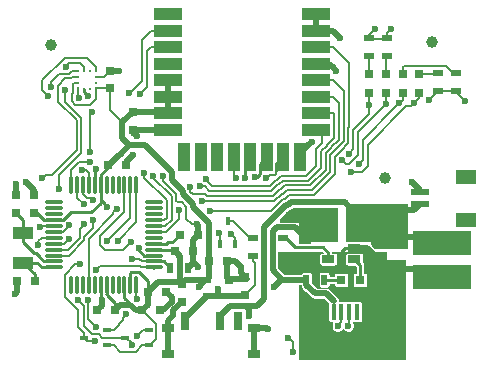
<source format=gtl>
G04 #@! TF.FileFunction,Copper,L1,Top,Signal*
%FSLAX45Y45*%
G04 Gerber Fmt 4.5, Leading zero omitted, Abs format (unit mm)*
G04 Created by KiCad (PCBNEW 4.0.7-e2-6376~61~ubuntu18.04.1) date Fri May  3 18:21:01 2019*
%MOMM*%
%LPD*%
G01*
G04 APERTURE LIST*
%ADD10C,0.100000*%
%ADD11R,0.750000X0.500000*%
%ADD12R,0.750000X0.600000*%
%ADD13R,0.750000X0.800000*%
%ADD14R,0.800000X0.750000*%
%ADD15R,0.800000X0.800000*%
%ADD16R,0.450000X1.380000*%
%ADD17R,1.475000X2.100000*%
%ADD18R,1.175000X1.900000*%
%ADD19R,2.375000X1.900000*%
%ADD20R,0.450000X0.700000*%
%ADD21R,0.900000X0.500000*%
%ADD22R,0.500000X0.900000*%
%ADD23R,2.450000X1.000000*%
%ADD24R,1.000000X2.450000*%
%ADD25O,1.600000X0.300000*%
%ADD26O,0.300000X1.600000*%
%ADD27R,0.275000X0.250000*%
%ADD28R,0.250000X0.275000*%
%ADD29R,1.060000X0.650000*%
%ADD30R,1.800000X1.000000*%
%ADD31C,1.000000*%
%ADD32R,0.700000X1.500000*%
%ADD33R,1.000000X0.800000*%
%ADD34R,1.550000X0.600000*%
%ADD35R,1.800000X1.200000*%
%ADD36R,5.000000X2.000000*%
%ADD37R,0.700000X0.450000*%
%ADD38C,0.600000*%
%ADD39C,0.500000*%
%ADD40C,0.250000*%
%ADD41C,0.200000*%
%ADD42C,0.025400*%
G04 APERTURE END LIST*
D10*
D11*
X14887500Y-9455000D03*
X14702500Y-9455000D03*
D12*
X14887500Y-9330000D03*
D11*
X14702500Y-9325000D03*
D13*
X13090000Y-8755000D03*
X13090000Y-8605000D03*
X14075000Y-7900000D03*
X14075000Y-8050000D03*
D14*
X13245000Y-9330000D03*
X13095000Y-9330000D03*
D13*
X13240000Y-8755000D03*
X13240000Y-8605000D03*
D14*
X13925000Y-9580000D03*
X13775000Y-9580000D03*
X14155000Y-9580000D03*
X14305000Y-9580000D03*
X14205000Y-9420000D03*
X14355000Y-9420000D03*
X14435000Y-9080000D03*
X14585000Y-9080000D03*
X13870000Y-8350000D03*
X14020000Y-8350000D03*
D13*
X14490000Y-9355000D03*
X14490000Y-9505000D03*
D14*
X14475000Y-8940000D03*
X14625000Y-8940000D03*
D13*
X13880000Y-7550000D03*
X13880000Y-7700000D03*
X15030000Y-9450000D03*
X15030000Y-9300000D03*
X15540000Y-8965000D03*
X15540000Y-9115000D03*
D14*
X14720000Y-9165000D03*
X14870000Y-9165000D03*
D13*
X16140000Y-8985000D03*
X16140000Y-9135000D03*
D15*
X16080000Y-7740000D03*
X16080000Y-7580000D03*
X16220000Y-7740000D03*
X16220000Y-7580000D03*
X16500000Y-7740000D03*
X16500000Y-7580000D03*
X16360000Y-7740000D03*
X16360000Y-7580000D03*
X15840000Y-9320000D03*
X16000000Y-9320000D03*
D16*
X15776250Y-9589000D03*
X15841250Y-9589000D03*
X15906250Y-9589000D03*
X15971250Y-9589000D03*
X16036250Y-9589000D03*
D17*
X15660000Y-9625000D03*
X16152500Y-9625000D03*
D18*
X15822500Y-9855000D03*
X15990000Y-9855000D03*
D19*
X15615000Y-9855000D03*
X16197500Y-9855000D03*
D20*
X14815000Y-9020000D03*
X14945000Y-9020000D03*
X14880000Y-8820000D03*
D21*
X16080000Y-7425000D03*
X16080000Y-7275000D03*
X16230000Y-7425000D03*
X16230000Y-7275000D03*
X16660000Y-7570000D03*
X16660000Y-7720000D03*
X16810000Y-7570000D03*
X16810000Y-7720000D03*
X15090000Y-9115000D03*
X15090000Y-8965000D03*
D22*
X14395000Y-9220000D03*
X14545000Y-9220000D03*
D21*
X15350000Y-8965000D03*
X15350000Y-9115000D03*
D22*
X15545000Y-9320000D03*
X15695000Y-9320000D03*
D23*
X14370500Y-7070000D03*
X14370500Y-7210000D03*
X14370500Y-7350000D03*
X14370500Y-7490000D03*
X14370500Y-7630000D03*
X14370500Y-7770000D03*
X14370500Y-7910000D03*
X14370500Y-8050000D03*
X15629500Y-7070000D03*
X15629500Y-7210000D03*
X15629500Y-7350000D03*
X15629500Y-7490000D03*
X15629500Y-7630000D03*
X15629500Y-7770000D03*
X15629500Y-7910000D03*
X15629500Y-8050000D03*
D24*
X14510000Y-8279500D03*
X14650000Y-8279500D03*
X14790000Y-8279500D03*
X14930000Y-8279500D03*
X15070000Y-8279500D03*
X15210000Y-8279500D03*
X15350000Y-8279500D03*
X15490000Y-8279500D03*
D25*
X13405000Y-8665000D03*
X13405000Y-8715000D03*
X13405000Y-8765000D03*
X13405000Y-8815000D03*
X13405000Y-8865000D03*
X13405000Y-8915000D03*
X13405000Y-8965000D03*
X13405000Y-9015000D03*
X13405000Y-9065000D03*
X13405000Y-9115000D03*
X13405000Y-9165000D03*
X13405000Y-9215000D03*
D26*
X13555000Y-9365000D03*
X13605000Y-9365000D03*
X13655000Y-9365000D03*
X13705000Y-9365000D03*
X13755000Y-9365000D03*
X13805000Y-9365000D03*
X13855000Y-9365000D03*
X13905000Y-9365000D03*
X13955000Y-9365000D03*
X14005000Y-9365000D03*
X14055000Y-9365000D03*
X14105000Y-9365000D03*
D25*
X14255000Y-9215000D03*
X14255000Y-9165000D03*
X14255000Y-9115000D03*
X14255000Y-9065000D03*
X14255000Y-9015000D03*
X14255000Y-8965000D03*
X14255000Y-8915000D03*
X14255000Y-8865000D03*
X14255000Y-8815000D03*
X14255000Y-8765000D03*
X14255000Y-8715000D03*
X14255000Y-8665000D03*
D26*
X14105000Y-8515000D03*
X14055000Y-8515000D03*
X14005000Y-8515000D03*
X13955000Y-8515000D03*
X13905000Y-8515000D03*
X13855000Y-8515000D03*
X13805000Y-8515000D03*
X13755000Y-8515000D03*
X13705000Y-8515000D03*
X13655000Y-8515000D03*
X13605000Y-8515000D03*
X13555000Y-8515000D03*
D27*
X13610000Y-7550000D03*
X13610000Y-7600000D03*
X13610000Y-7650000D03*
X13610000Y-7700000D03*
D28*
X13661250Y-7701250D03*
X13711250Y-7701250D03*
D27*
X13762500Y-7550000D03*
X13762500Y-7700000D03*
X13762500Y-7600000D03*
X13762500Y-7650000D03*
D28*
X13661250Y-7548750D03*
X13711250Y-7548750D03*
D29*
X15950000Y-9145000D03*
X15950000Y-9050000D03*
X15950000Y-8955000D03*
X15730000Y-8955000D03*
X15730000Y-9145000D03*
D30*
X13150000Y-8925000D03*
X13150000Y-9175000D03*
D31*
X16210000Y-8460000D03*
X16610000Y-7310000D03*
X13380000Y-7330000D03*
D32*
X14515000Y-9665000D03*
X14815000Y-9665000D03*
X14965000Y-9665000D03*
D33*
X14375000Y-9730000D03*
X14375000Y-9950000D03*
X15105000Y-9730000D03*
X15105000Y-9950000D03*
D34*
X16506250Y-8680000D03*
X16506250Y-8580000D03*
D35*
X16893750Y-8810000D03*
X16893750Y-8450000D03*
D36*
X16690000Y-9010000D03*
X16690000Y-9300000D03*
D37*
X13860000Y-9875000D03*
X13860000Y-9745000D03*
X13660000Y-9810000D03*
X14210000Y-9875000D03*
X14210000Y-9745000D03*
X14010000Y-9810000D03*
D38*
X15220000Y-9740000D03*
X13813838Y-9495155D03*
X14403849Y-9509139D03*
X14630000Y-9210000D03*
X14420000Y-9620000D03*
X16440000Y-8490000D03*
X15590244Y-8151366D03*
X15840000Y-9140000D03*
X15840000Y-9220000D03*
X15520000Y-9500000D03*
X15510000Y-9590000D03*
X16130000Y-9320000D03*
X16220000Y-9230000D03*
X16310000Y-9670000D03*
X15860000Y-9450000D03*
X15950000Y-9450000D03*
X16040000Y-9450000D03*
X16130000Y-9410000D03*
X16220000Y-9410000D03*
X16220000Y-9320000D03*
X16310000Y-9320000D03*
X16310000Y-9410000D03*
X16310000Y-9500000D03*
X16890000Y-7810000D03*
X16587434Y-7795811D03*
X14330000Y-8440000D03*
X13170000Y-8490000D03*
X13290000Y-8870000D03*
X13763397Y-8386037D03*
X16260000Y-7200000D03*
X16130000Y-7200000D03*
X14080000Y-8260000D03*
X14108738Y-8104999D03*
X14620000Y-8850000D03*
X15799999Y-7550000D03*
X13960000Y-7550000D03*
X13080000Y-9440000D03*
X13090000Y-8510000D03*
X13620004Y-7776900D03*
X16310000Y-9230000D03*
X16310000Y-9591250D03*
X16120000Y-9250000D03*
X15610000Y-9230000D03*
X15460000Y-9230000D03*
X15380000Y-9200000D03*
X14990000Y-9210000D03*
X15830000Y-7270000D03*
X15510000Y-9670000D03*
X14635000Y-9380000D03*
X13860000Y-8700005D03*
X15270000Y-9380000D03*
X15400000Y-8770000D03*
X15470000Y-8750000D03*
X15560000Y-8850000D03*
X15650000Y-8850000D03*
X15560000Y-8750000D03*
X15650000Y-8750000D03*
X15740000Y-8750000D03*
X15740000Y-8850000D03*
X15060000Y-9630000D03*
X16240000Y-8840000D03*
X16140000Y-8840000D03*
X16040000Y-8840000D03*
X16040000Y-8730000D03*
X16140000Y-8730000D03*
X16240000Y-8730000D03*
X15940000Y-8840000D03*
X15940000Y-8730000D03*
X16340000Y-8730000D03*
X16340000Y-8840000D03*
X16340000Y-8960000D03*
X16235000Y-8985000D03*
X16080000Y-7840000D03*
X15904261Y-8251659D03*
X14950000Y-8460000D03*
X16220000Y-7833430D03*
X15847905Y-8308440D03*
X15029982Y-8461737D03*
X16460000Y-7820000D03*
X15920000Y-8410000D03*
X15205142Y-8461693D03*
X16327872Y-7827274D03*
X15987192Y-8341031D03*
X15109999Y-8452000D03*
X14249999Y-8440000D03*
X14140000Y-7750000D03*
X13856725Y-8993023D03*
X13949447Y-8987966D03*
X14061714Y-9002186D03*
X13940000Y-8720000D03*
X14800000Y-9400000D03*
X14020000Y-9610000D03*
X14110000Y-9480000D03*
X13763202Y-9716847D03*
X14110000Y-9800000D03*
X13765001Y-9235222D03*
X13700178Y-9494822D03*
X14126941Y-9049235D03*
X14810000Y-8919999D03*
X14069829Y-9144997D03*
X14910000Y-8930000D03*
X13730001Y-7900703D03*
X13710000Y-8240000D03*
X13740000Y-8810000D03*
X13699139Y-7765158D03*
X14172749Y-8419201D03*
X14044770Y-7740375D03*
X14465002Y-8724930D03*
X14730000Y-8740000D03*
X14659942Y-8654209D03*
X13660000Y-8680000D03*
X14562431Y-8530651D03*
X13736322Y-8642259D03*
X14642424Y-8529506D03*
X13642124Y-8386287D03*
X14693352Y-8467809D03*
X13711652Y-8321652D03*
X13309997Y-8460003D03*
X13275502Y-9023062D03*
X13384960Y-7683992D03*
X13534677Y-8971468D03*
X13360000Y-7760000D03*
X13534972Y-8860153D03*
X13509625Y-7515230D03*
X13504961Y-7709695D03*
X13666383Y-8849479D03*
X13451757Y-8548467D03*
X13614960Y-9494233D03*
X14071269Y-9870001D03*
X15392231Y-9809999D03*
X15430000Y-9930000D03*
X15900000Y-9710000D03*
X13760060Y-9841364D03*
X15810000Y-9707500D03*
X13630000Y-9190000D03*
D39*
X14420000Y-9620000D02*
X14420000Y-9575000D01*
X14420000Y-9575000D02*
X14490000Y-9505000D01*
X14375000Y-9730000D02*
X14375000Y-9665000D01*
X14375000Y-9665000D02*
X14420000Y-9620000D01*
X15105000Y-9730000D02*
X15210000Y-9730000D01*
X15210000Y-9730000D02*
X15220000Y-9740000D01*
X14305000Y-9580000D02*
X14332989Y-9580000D01*
X14332989Y-9580000D02*
X14403849Y-9509139D01*
X13775000Y-9580000D02*
X13813838Y-9541162D01*
X13813838Y-9541162D02*
X13813838Y-9537581D01*
X13813838Y-9537581D02*
X13813838Y-9495155D01*
D40*
X13805000Y-9486317D02*
X13813838Y-9495155D01*
X13805000Y-9365000D02*
X13805000Y-9486317D01*
D39*
X14403849Y-9466713D02*
X14403849Y-9509139D01*
X14357136Y-9420000D02*
X14403849Y-9466713D01*
X14355000Y-9420000D02*
X14357136Y-9420000D01*
X14585000Y-9150000D02*
X14585000Y-9180000D01*
X14585000Y-9080000D02*
X14585000Y-9150000D01*
X14585000Y-9165000D02*
X14630000Y-9210000D01*
X14585000Y-9150000D02*
X14585000Y-9165000D01*
X14585000Y-9180000D02*
X14545000Y-9220000D01*
X16506250Y-8580000D02*
X16506250Y-8556250D01*
X16506250Y-8556250D02*
X16440000Y-8490000D01*
X16690000Y-9300000D02*
X16620000Y-9230000D01*
X16620000Y-9230000D02*
X16310000Y-9230000D01*
X15460000Y-9230000D02*
X15500000Y-9190000D01*
X15500000Y-9190000D02*
X15570000Y-9190000D01*
X15570000Y-9190000D02*
X15610000Y-9230000D01*
X15560244Y-8181366D02*
X15590244Y-8151366D01*
X15490000Y-8251610D02*
X15560244Y-8181366D01*
X15490000Y-8279500D02*
X15490000Y-8251610D01*
D40*
X15840000Y-9140000D02*
X15840000Y-9082000D01*
X15840000Y-9082000D02*
X15872000Y-9050000D01*
X15872000Y-9050000D02*
X15950000Y-9050000D01*
X15840000Y-9220000D02*
X15840000Y-9140000D01*
X15510000Y-9590000D02*
X15510000Y-9510000D01*
X15510000Y-9510000D02*
X15520000Y-9500000D01*
X15510000Y-9670000D02*
X15510000Y-9590000D01*
X16220000Y-9320000D02*
X16310000Y-9320000D01*
X16220000Y-9230000D02*
X16310000Y-9230000D01*
X16120000Y-9250000D02*
X16200000Y-9250000D01*
X16200000Y-9250000D02*
X16220000Y-9230000D01*
X16130000Y-9320000D02*
X16220000Y-9320000D01*
X15860000Y-9450000D02*
X15950000Y-9450000D01*
X16040000Y-9450000D02*
X15950000Y-9450000D01*
X16130000Y-9410000D02*
X16080000Y-9410000D01*
X16080000Y-9410000D02*
X16040000Y-9450000D01*
X16220000Y-9410000D02*
X16130000Y-9410000D01*
X16310000Y-9410000D02*
X16220000Y-9410000D01*
X16310000Y-9591250D02*
X16310000Y-9670000D01*
X16310000Y-9500000D02*
X16310000Y-9591250D01*
X16310000Y-9410000D02*
X16310000Y-9500000D01*
X16310000Y-9320000D02*
X16310000Y-9410000D01*
X16310000Y-9230000D02*
X16310000Y-9320000D01*
D41*
X16810000Y-7720000D02*
X16810000Y-7730000D01*
X16810000Y-7730000D02*
X16890000Y-7810000D01*
X16660000Y-7720000D02*
X16660000Y-7723246D01*
X16660000Y-7723246D02*
X16587434Y-7795811D01*
X14330000Y-8480000D02*
X14330000Y-8440000D01*
X14445003Y-8595003D02*
X14330000Y-8480000D01*
X14445003Y-8655003D02*
X14445003Y-8595003D01*
X14530000Y-8802426D02*
X14530000Y-8701125D01*
X14530000Y-8701125D02*
X14493803Y-8664929D01*
X14493803Y-8664929D02*
X14454929Y-8664929D01*
X14454929Y-8664929D02*
X14445003Y-8655003D01*
X14620000Y-8850000D02*
X14577574Y-8850000D01*
X14577574Y-8850000D02*
X14530000Y-8802426D01*
D39*
X13240000Y-8605000D02*
X13240000Y-8560000D01*
X13240000Y-8560000D02*
X13170000Y-8490000D01*
X13240000Y-8605000D02*
X13249996Y-8595004D01*
X13249996Y-8595004D02*
X13249996Y-8591980D01*
D41*
X13405000Y-8865000D02*
X13295000Y-8865000D01*
X13295000Y-8865000D02*
X13290000Y-8870000D01*
D40*
X13755000Y-8515000D02*
X13755000Y-8394434D01*
X13755000Y-8394434D02*
X13763397Y-8386037D01*
D41*
X16080000Y-7275000D02*
X16080000Y-7250000D01*
X16080000Y-7250000D02*
X16130000Y-7200000D01*
X16660000Y-7720000D02*
X16660000Y-7730000D01*
X16080000Y-7280000D02*
X16225000Y-7280000D01*
X16225000Y-7280000D02*
X16230000Y-7275000D01*
X16810000Y-7720000D02*
X16810000Y-7740000D01*
X16660000Y-7720000D02*
X16810000Y-7720000D01*
X16230000Y-7275000D02*
X16230000Y-7230000D01*
X16230000Y-7230000D02*
X16260000Y-7200000D01*
D39*
X15490000Y-8279500D02*
X15490000Y-8260000D01*
X15490000Y-8279500D02*
X15490000Y-8266967D01*
X14020000Y-8350000D02*
X14020000Y-8320000D01*
X14020000Y-8320000D02*
X14080000Y-8260000D01*
X14078738Y-8074999D02*
X14108738Y-8104999D01*
X14075000Y-8071261D02*
X14078738Y-8074999D01*
X14075000Y-8050000D02*
X14075000Y-8071261D01*
X14585000Y-9080000D02*
X14585000Y-8980000D01*
X14585000Y-8980000D02*
X14625000Y-8940000D01*
X14625000Y-8940000D02*
X14625000Y-8855000D01*
X14625000Y-8855000D02*
X14620000Y-8850000D01*
X14375000Y-9730000D02*
X14375000Y-9785000D01*
X14870000Y-9165000D02*
X14945000Y-9165000D01*
X14945000Y-9165000D02*
X14990000Y-9210000D01*
X15629500Y-7490000D02*
X15739999Y-7490000D01*
X15739999Y-7490000D02*
X15769999Y-7520000D01*
X15769999Y-7520000D02*
X15799999Y-7550000D01*
X13880000Y-7550000D02*
X13960000Y-7550000D01*
X13095000Y-9330000D02*
X13095000Y-9425000D01*
X13095000Y-9425000D02*
X13080000Y-9440000D01*
X13090000Y-8605000D02*
X13090000Y-8510000D01*
D41*
X13610000Y-7700000D02*
X13610000Y-7766896D01*
X13610000Y-7766896D02*
X13620004Y-7776900D01*
D39*
X14990000Y-9210000D02*
X14990000Y-9260000D01*
X14990000Y-9260000D02*
X15030000Y-9300000D01*
X15977500Y-9067500D02*
X16037500Y-9067500D01*
X15960000Y-9050000D02*
X15977500Y-9067500D01*
X15950000Y-9050000D02*
X15960000Y-9050000D01*
X16152500Y-9625000D02*
X16276250Y-9625000D01*
X16276250Y-9625000D02*
X16310000Y-9591250D01*
X16140000Y-9135000D02*
X16140000Y-9230000D01*
X16140000Y-9230000D02*
X16120000Y-9250000D01*
X15380000Y-9200000D02*
X15430000Y-9200000D01*
X15430000Y-9200000D02*
X15460000Y-9230000D01*
X15350000Y-9115000D02*
X15350000Y-9170000D01*
X15350000Y-9170000D02*
X15380000Y-9200000D01*
X15350000Y-9115000D02*
X15540000Y-9115000D01*
X15950000Y-9050000D02*
X16055000Y-9050000D01*
X16055000Y-9050000D02*
X16140000Y-9135000D01*
X14075000Y-8050000D02*
X14162500Y-8050000D01*
X15045000Y-9315000D02*
X14897500Y-9315000D01*
X14897500Y-9315000D02*
X14887500Y-9325000D01*
X14870000Y-9165000D02*
X14870000Y-9307500D01*
X14870000Y-9307500D02*
X14887500Y-9325000D01*
X14370500Y-8050000D02*
X14075000Y-8050000D01*
X15629500Y-7210000D02*
X15629500Y-7070000D01*
X15629500Y-7210000D02*
X15770000Y-7210000D01*
X15770000Y-7210000D02*
X15830000Y-7270000D01*
X13880000Y-7550000D02*
X13920000Y-7550000D01*
X15660000Y-9625000D02*
X15555000Y-9625000D01*
X15555000Y-9625000D02*
X15510000Y-9670000D01*
X14375000Y-9730000D02*
X14375000Y-9950000D01*
X15105000Y-9730000D02*
X15105000Y-9950000D01*
X15105000Y-9730000D02*
X15105000Y-9745000D01*
D41*
X13762500Y-7600000D02*
X13830000Y-7600000D01*
X13830000Y-7600000D02*
X13880000Y-7550000D01*
D40*
X14370500Y-8050000D02*
X14327400Y-8050000D01*
D39*
X15615000Y-9855000D02*
X15615000Y-9670000D01*
X15615000Y-9670000D02*
X15660000Y-9625000D01*
X15822500Y-9855000D02*
X15615000Y-9855000D01*
X15990000Y-9855000D02*
X15822500Y-9855000D01*
X16197500Y-9855000D02*
X15990000Y-9855000D01*
X16152500Y-9625000D02*
X16152500Y-9810000D01*
X16152500Y-9810000D02*
X16197500Y-9855000D01*
X16152500Y-9625000D02*
X16072250Y-9625000D01*
X16072250Y-9625000D02*
X16038750Y-9591500D01*
X16038750Y-9591500D02*
X16038750Y-9589000D01*
D40*
X14335110Y-9951700D02*
X14384611Y-9951700D01*
X13322823Y-9165000D02*
X13405000Y-9165000D01*
X13292499Y-9134676D02*
X13322823Y-9165000D01*
X13292499Y-9130173D02*
X13292499Y-9134676D01*
X13254826Y-9092500D02*
X13292499Y-9130173D01*
X13242500Y-9092500D02*
X13254826Y-9092500D01*
X13150000Y-9000000D02*
X13242500Y-9092500D01*
X13150000Y-8925000D02*
X13150000Y-9000000D01*
X13150000Y-8925000D02*
X13150000Y-8815000D01*
X13150000Y-8815000D02*
X13090000Y-8755000D01*
X13245000Y-9330000D02*
X13245000Y-9270000D01*
X13245000Y-9270000D02*
X13150000Y-9175000D01*
X13150000Y-9175000D02*
X13265000Y-9175000D01*
X13265000Y-9175000D02*
X13305000Y-9215000D01*
X13305000Y-9215000D02*
X13405000Y-9215000D01*
X14255000Y-9015000D02*
X14360000Y-9015000D01*
X14360000Y-9015000D02*
X14372500Y-9002500D01*
X14372500Y-9002500D02*
X14410000Y-9002500D01*
X14410000Y-9002500D02*
X14472500Y-8940000D01*
X14472500Y-8940000D02*
X14475000Y-8940000D01*
D41*
X14099999Y-9930001D02*
X14155000Y-9875000D01*
X13970001Y-9930001D02*
X14099999Y-9930001D01*
X13915000Y-9875000D02*
X13970001Y-9930001D01*
X13860000Y-9875000D02*
X13915000Y-9875000D01*
X14155000Y-9875000D02*
X14210000Y-9875000D01*
D40*
X14205000Y-9332824D02*
X14205000Y-9357500D01*
X14124675Y-9252499D02*
X14205000Y-9332824D01*
X14205000Y-9357500D02*
X14205000Y-9420000D01*
X14062501Y-9252499D02*
X14124675Y-9252499D01*
X14055000Y-9260000D02*
X14062501Y-9252499D01*
X14055000Y-9365000D02*
X14055000Y-9260000D01*
D41*
X14155000Y-9580000D02*
X14157500Y-9580000D01*
X14157500Y-9580000D02*
X14275000Y-9697500D01*
X14275000Y-9697500D02*
X14275000Y-9822500D01*
X14275000Y-9822500D02*
X14222500Y-9875000D01*
X14222500Y-9875000D02*
X14210000Y-9875000D01*
D39*
X14056000Y-9535000D02*
X13970000Y-9535000D01*
X14101000Y-9580000D02*
X14056000Y-9535000D01*
X14155000Y-9580000D02*
X14101000Y-9580000D01*
X13970000Y-9535000D02*
X13925000Y-9580000D01*
D40*
X14155000Y-9580000D02*
X14115000Y-9580000D01*
X14115000Y-9580000D02*
X14005000Y-9470000D01*
X14005000Y-9470000D02*
X14005000Y-9365000D01*
X14152500Y-9580000D02*
X14155000Y-9580000D01*
D39*
X14205000Y-9420000D02*
X14205000Y-9530000D01*
X14205000Y-9530000D02*
X14155000Y-9580000D01*
D40*
X13857499Y-9449676D02*
X13925000Y-9517177D01*
X13857499Y-9367499D02*
X13857499Y-9449676D01*
X13855000Y-9365000D02*
X13857499Y-9367499D01*
X13925000Y-9517500D02*
X13925000Y-9580000D01*
X13925000Y-9517177D02*
X13925000Y-9517500D01*
D39*
X14490000Y-9355000D02*
X14472500Y-9337500D01*
X14472500Y-9337500D02*
X14287500Y-9337500D01*
X14287500Y-9337500D02*
X14205000Y-9420000D01*
X13945000Y-9560000D02*
X13925000Y-9580000D01*
X14205000Y-9420000D02*
X14205000Y-9440000D01*
X14490000Y-9355000D02*
X14475000Y-9340000D01*
X14475000Y-9340000D02*
X14475000Y-9120000D01*
X14475000Y-9120000D02*
X14435000Y-9080000D01*
X14702500Y-9325000D02*
X14520000Y-9325000D01*
X14520000Y-9325000D02*
X14490000Y-9355000D01*
X14435000Y-9080000D02*
X14470000Y-9115000D01*
X14702500Y-9325000D02*
X14690000Y-9325000D01*
X14690000Y-9325000D02*
X14635000Y-9380000D01*
D40*
X13805000Y-8667745D02*
X13805000Y-8625000D01*
X13556371Y-8747500D02*
X13725245Y-8747500D01*
X13725245Y-8747500D02*
X13805000Y-8667745D01*
X13405000Y-8815000D02*
X13488871Y-8815000D01*
X13488871Y-8815000D02*
X13556371Y-8747500D01*
D39*
X14181000Y-8180000D02*
X14046500Y-8180000D01*
X14405000Y-8477217D02*
X14405000Y-8404000D01*
X14405000Y-8404000D02*
X14181000Y-8180000D01*
X14500004Y-8592221D02*
X14500004Y-8572221D01*
X14585001Y-8677218D02*
X14500004Y-8592221D01*
X14585001Y-8707218D02*
X14585001Y-8677218D01*
X14720000Y-9165000D02*
X14720000Y-8842217D01*
X14720000Y-8842217D02*
X14585001Y-8707218D01*
X14500004Y-8572221D02*
X14405000Y-8477217D01*
D41*
X13560004Y-7810294D02*
X13560004Y-7742746D01*
X13586611Y-7836901D02*
X13560004Y-7810294D01*
X13566250Y-7736500D02*
X13566250Y-7660000D01*
X13566250Y-7660000D02*
X13576250Y-7650000D01*
X13576250Y-7650000D02*
X13610000Y-7650000D01*
X13560004Y-7742746D02*
X13566250Y-7736500D01*
X13762500Y-7790595D02*
X13716194Y-7836901D01*
X13762500Y-7700000D02*
X13762500Y-7790595D01*
X13716194Y-7836901D02*
X13586611Y-7836901D01*
D40*
X13322823Y-8815000D02*
X13405000Y-8815000D01*
X13262823Y-8755000D02*
X13322823Y-8815000D01*
X13240000Y-8755000D02*
X13262823Y-8755000D01*
X13805000Y-8432824D02*
X13870000Y-8367823D01*
X13805000Y-8515000D02*
X13805000Y-8432824D01*
X13870000Y-8367823D02*
X13870000Y-8350000D01*
X13805000Y-8620000D02*
X13805000Y-8645005D01*
X13830000Y-8670006D02*
X13860000Y-8700005D01*
X13805000Y-8645005D02*
X13830000Y-8670006D01*
D39*
X13960000Y-8262500D02*
X13964000Y-8262500D01*
X13964000Y-8262500D02*
X14046500Y-8180000D01*
X13987500Y-8100000D02*
X13987500Y-7987500D01*
X14046500Y-8180000D02*
X13987500Y-8121000D01*
X13987500Y-8121000D02*
X13987500Y-8100000D01*
D41*
X13880000Y-7700000D02*
X13762500Y-7700000D01*
D40*
X13855000Y-9365000D02*
X13855000Y-9435000D01*
X13855000Y-9435000D02*
X13852501Y-9437499D01*
X13805000Y-8600000D02*
X13805000Y-8625000D01*
D39*
X13960000Y-8262500D02*
X13872500Y-8350000D01*
X13872500Y-8350000D02*
X13870000Y-8350000D01*
D40*
X13805000Y-8620000D02*
X13805000Y-8625000D01*
X13805000Y-8620000D02*
X13805000Y-8515000D01*
X13805000Y-8515000D02*
X13805000Y-8600000D01*
D41*
X13880000Y-7700000D02*
X13880000Y-7880000D01*
X13880000Y-7880000D02*
X13987500Y-7987500D01*
D39*
X13987500Y-7987500D02*
X14075000Y-7900000D01*
X14075000Y-7902500D02*
X14075000Y-7900000D01*
D40*
X14435000Y-9080000D02*
X14420000Y-9065000D01*
X14420000Y-9065000D02*
X14255000Y-9065000D01*
D39*
X14370500Y-7770000D02*
X14370500Y-7630000D01*
X14370500Y-7910000D02*
X14370500Y-7770000D01*
X14075000Y-7900000D02*
X14360500Y-7900000D01*
X14360500Y-7900000D02*
X14370500Y-7910000D01*
X14720000Y-9165000D02*
X14720000Y-9307500D01*
X14720000Y-9307500D02*
X14702500Y-9325000D01*
D41*
X13880000Y-7700000D02*
X13880000Y-7760000D01*
D39*
X14720000Y-9165000D02*
X14722500Y-9165000D01*
X15340000Y-9320000D02*
X15330000Y-9320000D01*
X15330000Y-9320000D02*
X15270000Y-9380000D01*
D40*
X15470000Y-8750000D02*
X15420000Y-8750000D01*
X15420000Y-8750000D02*
X15400000Y-8770000D01*
X15560000Y-8750000D02*
X15470000Y-8750000D01*
D39*
X15540000Y-8962500D02*
X15540000Y-8965000D01*
X15452500Y-8875000D02*
X15540000Y-8962500D01*
X15260000Y-9240000D02*
X15260000Y-8908997D01*
X15340000Y-9320000D02*
X15260000Y-9240000D01*
X15293996Y-8875000D02*
X15452500Y-8875000D01*
X15260000Y-8908997D02*
X15293996Y-8875000D01*
X15545000Y-9320000D02*
X15340000Y-9320000D01*
X15715000Y-9435000D02*
X15615000Y-9435000D01*
X15615000Y-9435000D02*
X15545000Y-9365000D01*
D40*
X15650000Y-8850000D02*
X15560000Y-8850000D01*
X15740000Y-8850000D02*
X15650000Y-8850000D01*
X15650000Y-8750000D02*
X15560000Y-8750000D01*
X15740000Y-8750000D02*
X15650000Y-8750000D01*
X15740000Y-8850000D02*
X15740000Y-8750000D01*
X15730000Y-8955000D02*
X15730000Y-8860000D01*
X15730000Y-8860000D02*
X15740000Y-8850000D01*
X15730000Y-8955000D02*
X15652000Y-8955000D01*
X15652000Y-8955000D02*
X15640000Y-8943000D01*
D39*
X15715000Y-9435000D02*
X15776250Y-9496250D01*
X15730000Y-8955000D02*
X15550000Y-8955000D01*
X15550000Y-8955000D02*
X15540000Y-8965000D01*
D41*
X15776250Y-9589000D02*
X15776250Y-9496250D01*
X15776250Y-9496250D02*
X15773750Y-9493750D01*
D39*
X16340000Y-8960000D02*
X16640000Y-8960000D01*
X16640000Y-8960000D02*
X16690000Y-9010000D01*
X16340000Y-8730000D02*
X16456250Y-8730000D01*
X16456250Y-8730000D02*
X16506250Y-8680000D01*
X15060000Y-9630000D02*
X15060000Y-9569000D01*
X15060000Y-9569000D02*
X15031000Y-9540000D01*
X15000000Y-9540000D02*
X15130000Y-9540000D01*
X14900000Y-9540000D02*
X15000000Y-9540000D01*
X15000000Y-9540000D02*
X15031000Y-9540000D01*
D40*
X16040000Y-8840000D02*
X15940000Y-8840000D01*
X16140000Y-8840000D02*
X16040000Y-8840000D01*
X16240000Y-8840000D02*
X16140000Y-8840000D01*
X16340000Y-8840000D02*
X16240000Y-8840000D01*
X16040000Y-8730000D02*
X15940000Y-8730000D01*
X16140000Y-8730000D02*
X16040000Y-8730000D01*
X16240000Y-8730000D02*
X16140000Y-8730000D01*
X16340000Y-8730000D02*
X16240000Y-8730000D01*
X16340000Y-8840000D02*
X16302500Y-8840000D01*
X16340000Y-8730000D02*
X16340000Y-8840000D01*
D39*
X15389627Y-8687007D02*
X15411632Y-8665001D01*
X15189999Y-8871479D02*
X15374471Y-8687007D01*
X15875001Y-8665001D02*
X15910000Y-8700000D01*
X15189999Y-9480001D02*
X15189999Y-8871479D01*
X15411632Y-8665001D02*
X15875001Y-8665001D01*
X15374471Y-8687007D02*
X15389627Y-8687007D01*
X14815000Y-9625000D02*
X14900000Y-9540000D01*
X14815000Y-9665000D02*
X14815000Y-9625000D01*
X15130000Y-9540000D02*
X15189999Y-9480001D01*
X15910000Y-8700000D02*
X15940000Y-8730000D01*
D40*
X16340000Y-8860000D02*
X16340000Y-8740000D01*
X16340000Y-8990000D02*
X16340000Y-8860000D01*
X16235000Y-8985000D02*
X16335000Y-8985000D01*
X16335000Y-8985000D02*
X16340000Y-8990000D01*
D39*
X16227500Y-8985000D02*
X16250000Y-9007500D01*
X16250000Y-9000000D02*
X16235000Y-8985000D01*
D40*
X16140000Y-8985000D02*
X16235000Y-8985000D01*
D39*
X16140000Y-8985000D02*
X16227500Y-8985000D01*
D41*
X16080000Y-7840000D02*
X16080000Y-7740000D01*
X15942004Y-8213915D02*
X15942004Y-8054855D01*
X15942004Y-8054855D02*
X16080000Y-7916860D01*
X16080000Y-7916860D02*
X16080000Y-7840000D01*
X15904261Y-8251659D02*
X15942004Y-8213915D01*
X14930000Y-8279500D02*
X14930000Y-8440000D01*
X14930000Y-8440000D02*
X14950000Y-8460000D01*
D40*
X14930000Y-8279500D02*
X14930000Y-8362000D01*
X14930000Y-8279500D02*
X14930000Y-8363858D01*
D41*
X16080000Y-7580000D02*
X16080000Y-7425000D01*
X16193430Y-7860000D02*
X16220000Y-7833430D01*
X15982006Y-8071424D02*
X16193430Y-7860000D01*
X16220000Y-7833430D02*
X16220000Y-7740000D01*
X15903520Y-8338440D02*
X15982006Y-8259955D01*
X15847905Y-8308440D02*
X15877905Y-8338440D01*
X15877905Y-8338440D02*
X15903520Y-8338440D01*
X15982006Y-8259955D02*
X15982006Y-8071424D01*
X16220000Y-7740000D02*
X16213430Y-7740000D01*
D40*
X15029982Y-8319518D02*
X15029982Y-8419310D01*
X15070000Y-8279500D02*
X15029982Y-8319518D01*
X15029982Y-8419310D02*
X15029982Y-8461737D01*
D41*
X16220000Y-7580000D02*
X16220000Y-7435000D01*
X16220000Y-7435000D02*
X16230000Y-7425000D01*
X16460000Y-7820000D02*
X16500000Y-7780000D01*
X16430000Y-7850000D02*
X16460000Y-7820000D01*
X16500000Y-7780000D02*
X16500000Y-7740000D01*
X16390000Y-7850000D02*
X16430000Y-7850000D01*
X16065370Y-8174630D02*
X16390000Y-7850000D01*
X16015370Y-8410000D02*
X16065370Y-8360000D01*
X16065370Y-8360000D02*
X16065370Y-8174630D01*
X15920000Y-8410000D02*
X16015370Y-8410000D01*
X15234835Y-8432000D02*
X15205142Y-8461693D01*
X15284000Y-8432000D02*
X15350000Y-8279500D01*
X15290000Y-8426000D02*
X15284000Y-8432000D01*
X15290000Y-8339500D02*
X15290000Y-8426000D01*
X15350000Y-8279500D02*
X15290000Y-8339500D01*
X15284000Y-8432000D02*
X15234835Y-8432000D01*
X16500000Y-7580000D02*
X16650000Y-7580000D01*
X16650000Y-7580000D02*
X16660000Y-7570000D01*
X16332726Y-7827274D02*
X16327872Y-7827274D01*
X16360000Y-7800000D02*
X16332726Y-7827274D01*
X16360000Y-7740000D02*
X16360000Y-7800000D01*
X16297872Y-7857274D02*
X16327872Y-7827274D01*
X16022007Y-8133139D02*
X16297872Y-7857274D01*
X16022007Y-8306216D02*
X16022007Y-8133139D01*
X15987192Y-8341031D02*
X16022007Y-8306216D01*
D40*
X15127500Y-8452000D02*
X15109999Y-8452000D01*
X15152500Y-8337000D02*
X15152500Y-8427000D01*
X15152500Y-8427000D02*
X15127500Y-8452000D01*
X15210000Y-8279500D02*
X15152500Y-8337000D01*
D41*
X16360000Y-7580000D02*
X16360000Y-7520000D01*
X16370000Y-7510000D02*
X16730000Y-7510000D01*
X16360000Y-7520000D02*
X16370000Y-7510000D01*
X16730000Y-7510000D02*
X16790000Y-7570000D01*
X16790000Y-7570000D02*
X16810000Y-7570000D01*
D40*
X15695000Y-9320000D02*
X15840000Y-9320000D01*
X16000000Y-9320000D02*
X16000000Y-9195000D01*
X16000000Y-9195000D02*
X15950000Y-9145000D01*
D41*
X14249999Y-8440000D02*
X14249999Y-8456569D01*
X14249999Y-8456569D02*
X14263430Y-8470000D01*
X14405002Y-8611572D02*
X14249999Y-8456569D01*
X14349894Y-8865000D02*
X14405002Y-8809892D01*
X14405002Y-8809892D02*
X14405002Y-8611572D01*
X14255000Y-8865000D02*
X14349894Y-8865000D01*
X14199051Y-7378949D02*
X14199051Y-7650000D01*
X14199051Y-7690949D02*
X14199051Y-7650000D01*
X14140000Y-7750000D02*
X14199051Y-7690949D01*
X14370500Y-7350000D02*
X14228000Y-7350000D01*
X14228000Y-7350000D02*
X14199051Y-7378949D01*
X14055000Y-8515000D02*
X14055000Y-8794748D01*
X14055000Y-8794748D02*
X13886725Y-8963023D01*
X13886725Y-8963023D02*
X13856725Y-8993023D01*
X14105000Y-8770000D02*
X14105000Y-8800000D01*
X14105000Y-8800000D02*
X14105000Y-8821102D01*
X14105000Y-8800000D02*
X14105000Y-8832413D01*
X14105000Y-8832413D02*
X13949447Y-8987966D01*
X14105000Y-8770000D02*
X14105000Y-8785330D01*
X14105000Y-8515000D02*
X14105000Y-8770000D01*
X14005000Y-8615000D02*
X14005000Y-8515000D01*
X14005000Y-8743800D02*
X14005000Y-8615000D01*
X13796724Y-8952077D02*
X14005000Y-8743800D01*
X13796724Y-9027924D02*
X13796724Y-8952077D01*
X13838799Y-9069999D02*
X13796724Y-9027924D01*
X13993901Y-9069999D02*
X13838799Y-9069999D01*
X14061714Y-9002186D02*
X13993901Y-9069999D01*
X13940000Y-8720000D02*
X13910000Y-8750000D01*
X13910000Y-8750000D02*
X13910000Y-8766570D01*
X13910000Y-8766570D02*
X13705000Y-8971570D01*
X13705000Y-9365000D02*
X13705000Y-8971570D01*
D39*
X14800000Y-9455000D02*
X14702500Y-9455000D01*
X14887500Y-9455000D02*
X14800000Y-9455000D01*
X14800000Y-9455000D02*
X14800000Y-9400000D01*
D41*
X15110000Y-9180000D02*
X15110000Y-9367500D01*
X15110000Y-9367500D02*
X15030000Y-9447500D01*
X15030000Y-9447500D02*
X15030000Y-9450000D01*
X15090000Y-9115000D02*
X15090000Y-9160000D01*
X15090000Y-9160000D02*
X15110000Y-9180000D01*
D39*
X14515000Y-9665000D02*
X14515000Y-9642500D01*
X14515000Y-9642500D02*
X14702500Y-9455000D01*
X14515000Y-9665000D02*
X14515000Y-9625000D01*
X14887500Y-9455000D02*
X15035000Y-9455000D01*
D41*
X13915000Y-9745000D02*
X13860000Y-9745000D01*
X13960000Y-9700000D02*
X13915000Y-9745000D01*
X13960000Y-9691200D02*
X13960000Y-9700000D01*
X13990000Y-9661200D02*
X13960000Y-9691200D01*
X13990000Y-9640000D02*
X13990000Y-9661200D01*
X14020000Y-9610000D02*
X13990000Y-9640000D01*
X14105000Y-9365000D02*
X14105000Y-9475000D01*
X14105000Y-9475000D02*
X14110000Y-9480000D01*
X13700178Y-9494822D02*
X13700178Y-9653824D01*
X13700178Y-9653824D02*
X13763202Y-9716847D01*
X14165000Y-9745000D02*
X14110000Y-9800000D01*
X14210000Y-9745000D02*
X14165000Y-9745000D01*
X14255000Y-9215000D02*
X14147282Y-9215000D01*
X14147282Y-9215000D02*
X14137504Y-9205222D01*
X14137504Y-9205222D02*
X13795001Y-9205222D01*
X13795001Y-9205222D02*
X13765001Y-9235222D01*
X14255000Y-9215000D02*
X14255000Y-9227498D01*
D40*
X14126941Y-9049235D02*
X14126941Y-9069117D01*
X14126941Y-9069117D02*
X14172823Y-9115000D01*
X14172823Y-9115000D02*
X14255000Y-9115000D01*
D41*
X14144999Y-9083640D02*
X14176359Y-9115000D01*
X14176359Y-9115000D02*
X14255000Y-9115000D01*
X14815000Y-8924999D02*
X14810000Y-8919999D01*
X14815000Y-9020000D02*
X14815000Y-8924999D01*
X14112255Y-9144997D02*
X14069829Y-9144997D01*
X14131567Y-9144997D02*
X14112255Y-9144997D01*
X14255000Y-9165000D02*
X14151570Y-9165000D01*
X14151570Y-9165000D02*
X14131567Y-9144997D01*
D40*
X14255000Y-9165000D02*
X14340000Y-9165000D01*
X14340000Y-9165000D02*
X14395000Y-9220000D01*
D41*
X14255000Y-9165000D02*
X14155000Y-9165000D01*
X14945000Y-9020000D02*
X14945000Y-8965000D01*
X14945000Y-8965000D02*
X14910000Y-8930000D01*
X14922500Y-8820000D02*
X14880000Y-8820000D01*
X14925000Y-8820000D02*
X14922500Y-8820000D01*
X15070000Y-8965000D02*
X14925000Y-8820000D01*
X15090000Y-8965000D02*
X15070000Y-8965000D01*
X13740000Y-8880000D02*
X13740000Y-8852426D01*
X13664999Y-8985154D02*
X13664999Y-8955001D01*
X13664999Y-8955001D02*
X13740000Y-8880000D01*
X13535153Y-9115000D02*
X13664999Y-8985154D01*
X13405000Y-9115000D02*
X13535153Y-9115000D01*
X13740000Y-8852426D02*
X13740000Y-8810000D01*
X13710000Y-7920704D02*
X13730001Y-7900703D01*
X13710000Y-8240000D02*
X13710000Y-7920704D01*
X13477309Y-9115000D02*
X13482992Y-9120683D01*
X13405000Y-9115000D02*
X13477309Y-9115000D01*
D40*
X13661250Y-7727269D02*
X13669139Y-7735159D01*
X13661250Y-7701250D02*
X13661250Y-7727269D01*
X13669139Y-7735159D02*
X13699139Y-7765158D01*
X15730000Y-9145000D02*
X15730000Y-9090000D01*
X15350000Y-8965000D02*
X15370000Y-8965000D01*
X15370000Y-8965000D02*
X15447500Y-9042500D01*
X15447500Y-9042500D02*
X15682500Y-9042500D01*
X15682500Y-9042500D02*
X15730000Y-9090000D01*
D41*
X14365001Y-8646360D02*
X14172749Y-8454108D01*
X14365001Y-8793323D02*
X14365001Y-8646360D01*
X14172749Y-8454108D02*
X14172749Y-8419201D01*
X14255000Y-8815000D02*
X14343324Y-8815000D01*
X14343324Y-8815000D02*
X14365001Y-8793323D01*
X14074770Y-7710375D02*
X14044770Y-7740375D01*
X14150000Y-7288000D02*
X14150000Y-7635146D01*
X14150000Y-7635146D02*
X14074770Y-7710375D01*
X14228000Y-7210000D02*
X14150000Y-7288000D01*
X14370500Y-7210000D02*
X14228000Y-7210000D01*
X15910000Y-7488000D02*
X15910000Y-8030290D01*
X15902003Y-8165542D02*
X15837887Y-8229658D01*
X15787905Y-8283176D02*
X15787905Y-8423295D01*
X15629500Y-7350000D02*
X15772000Y-7350000D01*
X15787905Y-8423295D02*
X15611200Y-8600000D01*
X15366845Y-8632006D02*
X15351689Y-8632006D01*
X14772426Y-8740000D02*
X14730000Y-8740000D01*
X15351689Y-8632006D02*
X15243695Y-8740000D01*
X15902003Y-8038287D02*
X15902003Y-8165542D01*
X15837887Y-8229658D02*
X15837887Y-8233194D01*
X15837887Y-8233194D02*
X15787905Y-8283176D01*
X15398850Y-8600000D02*
X15366845Y-8632006D01*
X15243695Y-8740000D02*
X14772426Y-8740000D01*
X15611200Y-8600000D02*
X15398850Y-8600000D01*
X15910000Y-8030290D02*
X15902003Y-8038287D01*
X15772000Y-7350000D02*
X15910000Y-7488000D01*
X14465002Y-8767356D02*
X14465002Y-8724930D01*
X14465002Y-8806462D02*
X14465002Y-8767356D01*
X14356464Y-8915000D02*
X14465002Y-8806462D01*
X14255000Y-8915000D02*
X14356464Y-8915000D01*
X15797886Y-8213089D02*
X15797886Y-8216625D01*
X15382281Y-8559999D02*
X15350276Y-8592005D01*
X15747904Y-8406726D02*
X15594631Y-8559999D01*
X15272916Y-8654209D02*
X14702368Y-8654209D01*
X15862002Y-7720002D02*
X15862002Y-8148973D01*
X15350276Y-8592005D02*
X15335120Y-8592005D01*
X15772000Y-7630000D02*
X15862002Y-7720002D01*
X15335120Y-8592005D02*
X15272916Y-8654209D01*
X15747904Y-8266607D02*
X15747904Y-8406726D01*
X15629500Y-7630000D02*
X15772000Y-7630000D01*
X14702368Y-8654209D02*
X14659942Y-8654209D01*
X15862002Y-8148973D02*
X15797886Y-8213089D01*
X15797886Y-8216625D02*
X15747904Y-8266607D01*
X15594631Y-8559999D02*
X15382281Y-8559999D01*
X13605000Y-8515000D02*
X13605000Y-8625000D01*
X13605000Y-8625000D02*
X13660000Y-8680000D01*
X15707903Y-8390157D02*
X15578062Y-8519998D01*
X15365712Y-8519998D02*
X15333707Y-8552003D01*
X15822001Y-8132404D02*
X15757885Y-8196520D01*
X15822001Y-7820001D02*
X15822001Y-8132404D01*
X15772000Y-7770000D02*
X15822001Y-7820001D01*
X14562431Y-8573077D02*
X14562431Y-8530651D01*
X14703458Y-8610001D02*
X14687665Y-8594208D01*
X15333707Y-8552003D02*
X15318551Y-8552003D01*
X15757885Y-8196520D02*
X15757885Y-8200056D01*
X15757885Y-8200056D02*
X15707903Y-8250038D01*
X15629500Y-7770000D02*
X15772000Y-7770000D01*
X14687665Y-8594208D02*
X14583562Y-8594208D01*
X15260554Y-8610001D02*
X14703458Y-8610001D01*
X15707903Y-8250038D02*
X15707903Y-8390157D01*
X15318551Y-8552003D02*
X15260554Y-8610001D01*
X14583562Y-8594208D02*
X14562431Y-8573077D01*
X15578062Y-8519998D02*
X15365712Y-8519998D01*
X13719065Y-8625001D02*
X13736322Y-8642259D01*
X13686360Y-8625001D02*
X13719065Y-8625001D01*
X13655000Y-8593641D02*
X13686360Y-8625001D01*
X13655000Y-8515000D02*
X13655000Y-8593641D01*
X13655000Y-8515000D02*
X13659999Y-8510001D01*
X15349143Y-8479997D02*
X15317138Y-8512002D01*
X15667902Y-8373588D02*
X15561493Y-8479997D01*
X14725344Y-8570000D02*
X14684850Y-8529506D01*
X15301983Y-8512002D02*
X15243985Y-8570000D01*
X14684850Y-8529506D02*
X14642424Y-8529506D01*
X15317138Y-8512002D02*
X15301983Y-8512002D01*
X15717883Y-8183487D02*
X15667902Y-8233469D01*
X15782000Y-7920000D02*
X15782000Y-8115835D01*
X15782000Y-8115835D02*
X15717883Y-8179952D01*
X15629500Y-7910000D02*
X15772000Y-7910000D01*
X15243985Y-8570000D02*
X14725344Y-8570000D01*
X15717883Y-8179952D02*
X15717883Y-8183487D01*
X15667902Y-8233469D02*
X15667902Y-8373588D01*
X15561493Y-8479997D02*
X15349143Y-8479997D01*
X15772000Y-7910000D02*
X15782000Y-7920000D01*
X13705000Y-8515000D02*
X13705000Y-8415000D01*
X13676287Y-8386287D02*
X13642124Y-8386287D01*
X13705000Y-8415000D02*
X13676287Y-8386287D01*
X15675382Y-8165883D02*
X15627900Y-8213365D01*
X13669226Y-8321652D02*
X13711652Y-8321652D01*
X13621488Y-8321652D02*
X13669226Y-8321652D01*
X13555000Y-8388140D02*
X13621488Y-8321652D01*
X13555000Y-8515000D02*
X13555000Y-8388140D01*
X15285414Y-8472001D02*
X15235062Y-8522353D01*
X15235062Y-8522353D02*
X14747895Y-8522353D01*
X15544924Y-8439996D02*
X15332575Y-8439996D01*
X15300569Y-8472001D02*
X15285414Y-8472001D01*
X15332575Y-8439996D02*
X15300569Y-8472001D01*
X14747895Y-8522353D02*
X14723352Y-8497809D01*
X15675382Y-8095882D02*
X15675382Y-8165883D01*
X15629500Y-8050000D02*
X15675382Y-8095882D01*
X15627900Y-8213365D02*
X15627900Y-8357019D01*
X14723352Y-8497809D02*
X14693352Y-8467809D01*
X15627900Y-8357019D02*
X15544924Y-8439996D01*
X13555000Y-8515000D02*
X13555000Y-8535000D01*
X13309997Y-8460003D02*
X13339996Y-8430004D01*
X13389996Y-8430004D02*
X13600000Y-8220000D01*
X13444960Y-7676239D02*
X13505969Y-7615231D01*
X13339996Y-8430004D02*
X13389996Y-8430004D01*
X13600000Y-8220000D02*
X13600000Y-7970000D01*
X13600000Y-7970000D02*
X13444960Y-7814960D01*
X13444960Y-7814960D02*
X13444960Y-7676239D01*
X13505969Y-7615231D02*
X13554994Y-7615231D01*
X13554994Y-7615231D02*
X13570225Y-7600000D01*
X13570225Y-7600000D02*
X13576250Y-7600000D01*
X13576250Y-7600000D02*
X13610000Y-7600000D01*
X13405000Y-8965000D02*
X13305000Y-8965000D01*
X13305000Y-8965000D02*
X13275502Y-8994498D01*
X13275502Y-8994498D02*
X13275502Y-9023062D01*
X13405000Y-8965000D02*
X13409999Y-8960001D01*
X13384960Y-7641566D02*
X13384960Y-7683992D01*
X13538425Y-7575230D02*
X13451296Y-7575230D01*
X13451296Y-7575230D02*
X13384960Y-7641566D01*
X13610000Y-7550000D02*
X13563655Y-7550000D01*
X13563655Y-7550000D02*
X13538425Y-7575230D01*
X13405000Y-9015000D02*
X13491145Y-9015000D01*
X13491145Y-9015000D02*
X13534677Y-8971468D01*
X13405000Y-9015000D02*
X13400001Y-9019999D01*
X13360000Y-7760000D02*
X13310000Y-7710000D01*
X13310000Y-7710000D02*
X13310000Y-7630000D01*
X13310000Y-7630000D02*
X13500000Y-7440000D01*
X13685000Y-7440000D02*
X13762500Y-7517500D01*
X13762500Y-7517500D02*
X13762500Y-7550000D01*
X13500000Y-7440000D02*
X13685000Y-7440000D01*
X13405000Y-8915000D02*
X13483641Y-8915000D01*
X13483641Y-8915000D02*
X13534972Y-8863669D01*
X13534972Y-8863669D02*
X13534972Y-8860153D01*
X13636383Y-8879479D02*
X13666383Y-8849479D01*
X13528583Y-9065000D02*
X13624998Y-8968585D01*
X13624998Y-8890864D02*
X13636383Y-8879479D01*
X13405000Y-9065000D02*
X13528583Y-9065000D01*
X13624998Y-8968585D02*
X13624998Y-8890864D01*
X13542570Y-7482284D02*
X13539625Y-7485230D01*
X13539625Y-7485230D02*
X13509625Y-7515230D01*
X13661250Y-7548750D02*
X13661250Y-7515000D01*
X13628534Y-7482284D02*
X13542570Y-7482284D01*
X13661250Y-7515000D02*
X13628534Y-7482284D01*
X13504961Y-7814961D02*
X13504961Y-7752121D01*
X13451757Y-8548467D02*
X13451757Y-8434813D01*
X13451757Y-8434813D02*
X13640001Y-8246569D01*
X13640001Y-8246569D02*
X13640001Y-7950001D01*
X13640001Y-7950001D02*
X13504961Y-7814961D01*
X13504961Y-7752121D02*
X13504961Y-7709695D01*
X13405000Y-9065000D02*
X13409999Y-9069999D01*
X13660177Y-9708977D02*
X13660177Y-9543387D01*
X13732564Y-9781364D02*
X13660177Y-9708977D01*
X13660177Y-9543387D02*
X13644960Y-9528170D01*
X13788860Y-9781364D02*
X13732564Y-9781364D01*
X13817496Y-9810000D02*
X13788860Y-9781364D01*
X13644960Y-9528170D02*
X13644960Y-9524233D01*
X13644960Y-9524233D02*
X13614960Y-9494233D01*
X14010000Y-9810000D02*
X13817496Y-9810000D01*
X14071269Y-9858769D02*
X14071269Y-9870001D01*
X14022500Y-9810000D02*
X14071269Y-9858769D01*
X14010000Y-9810000D02*
X14022500Y-9810000D01*
X15422231Y-9839999D02*
X15392231Y-9809999D01*
X15430000Y-9847768D02*
X15422231Y-9839999D01*
X15430000Y-9930000D02*
X15430000Y-9847768D01*
X14010000Y-9810000D02*
X13997500Y-9810000D01*
X15906250Y-9589000D02*
X15906250Y-9703750D01*
X15906250Y-9703750D02*
X15900000Y-9710000D01*
X15810000Y-9707500D02*
X15841250Y-9676250D01*
X15841250Y-9676250D02*
X15841250Y-9589000D01*
X13500000Y-9277574D02*
X13587574Y-9190000D01*
X13610000Y-9717500D02*
X13610000Y-9574126D01*
X13660000Y-9767500D02*
X13610000Y-9717500D01*
X13660000Y-9810000D02*
X13660000Y-9767500D01*
X13610000Y-9574126D02*
X13500000Y-9464126D01*
X13500000Y-9464126D02*
X13500000Y-9277574D01*
X13587574Y-9190000D02*
X13630000Y-9190000D01*
X13760060Y-9841364D02*
X13691364Y-9841364D01*
X13691364Y-9841364D02*
X13660000Y-9810000D01*
D42*
G36*
X15683055Y-9090813D02*
X15677000Y-9090813D01*
X15669118Y-9092296D01*
X15661878Y-9096955D01*
X15657022Y-9104063D01*
X15655313Y-9112500D01*
X15655313Y-9177500D01*
X15656796Y-9185382D01*
X15661455Y-9192622D01*
X15668563Y-9197478D01*
X15677000Y-9199187D01*
X15783000Y-9199187D01*
X15790882Y-9197704D01*
X15798121Y-9193045D01*
X15802978Y-9185937D01*
X15804687Y-9177500D01*
X15804687Y-9112500D01*
X15875313Y-9112500D01*
X15875313Y-9177500D01*
X15876796Y-9185382D01*
X15881455Y-9192622D01*
X15888563Y-9197478D01*
X15897000Y-9199187D01*
X15956429Y-9199187D01*
X15966230Y-9208988D01*
X15966230Y-9258313D01*
X15960000Y-9258313D01*
X15952118Y-9259796D01*
X15944878Y-9264455D01*
X15940022Y-9271563D01*
X15938313Y-9280000D01*
X15938313Y-9360000D01*
X15939796Y-9367882D01*
X15944455Y-9375122D01*
X15951563Y-9379978D01*
X15960000Y-9381687D01*
X16040000Y-9381687D01*
X16047882Y-9380204D01*
X16055121Y-9375545D01*
X16059978Y-9368437D01*
X16061687Y-9360000D01*
X16061687Y-9280000D01*
X16060204Y-9272118D01*
X16055545Y-9264879D01*
X16048437Y-9260022D01*
X16040000Y-9258313D01*
X16033770Y-9258313D01*
X16033770Y-9195000D01*
X16031199Y-9182077D01*
X16024687Y-9172330D01*
X16024687Y-9112500D01*
X16023204Y-9104618D01*
X16018545Y-9097379D01*
X16011437Y-9092522D01*
X16003000Y-9090813D01*
X15897000Y-9090813D01*
X15889118Y-9092296D01*
X15881878Y-9096955D01*
X15877022Y-9104063D01*
X15875313Y-9112500D01*
X15804687Y-9112500D01*
X15803204Y-9104618D01*
X15798545Y-9097379D01*
X15791437Y-9092522D01*
X15783000Y-9090813D01*
X15763770Y-9090813D01*
X15763770Y-9090000D01*
X15762033Y-9081270D01*
X16218730Y-9081270D01*
X16218730Y-9150000D01*
X16218830Y-9150494D01*
X16219114Y-9150910D01*
X16219538Y-9151183D01*
X16220000Y-9151270D01*
X16378730Y-9151270D01*
X16378730Y-9991230D01*
X15481270Y-9991230D01*
X15481270Y-9929930D01*
X15481279Y-9919847D01*
X15481270Y-9919825D01*
X15481270Y-9366270D01*
X15498552Y-9366270D01*
X15499796Y-9372882D01*
X15500522Y-9374010D01*
X15502252Y-9382707D01*
X15512282Y-9397718D01*
X15582282Y-9467718D01*
X15591892Y-9474139D01*
X15597293Y-9477748D01*
X15615000Y-9481270D01*
X15695834Y-9481270D01*
X15732484Y-9517920D01*
X15732063Y-9520000D01*
X15732063Y-9658000D01*
X15733546Y-9665882D01*
X15738205Y-9673122D01*
X15745313Y-9677978D01*
X15753750Y-9679687D01*
X15766035Y-9679687D01*
X15758739Y-9697257D01*
X15758721Y-9717654D01*
X15766510Y-9736504D01*
X15780920Y-9750939D01*
X15799757Y-9758761D01*
X15820153Y-9758779D01*
X15839004Y-9750990D01*
X15853439Y-9736580D01*
X15854476Y-9734082D01*
X15856510Y-9739004D01*
X15870920Y-9753439D01*
X15889757Y-9761261D01*
X15910153Y-9761279D01*
X15929004Y-9753490D01*
X15943439Y-9739080D01*
X15951261Y-9720243D01*
X15951279Y-9699847D01*
X15943490Y-9680996D01*
X15940519Y-9678020D01*
X15948750Y-9679687D01*
X15993750Y-9679687D01*
X16001632Y-9678204D01*
X16008871Y-9673545D01*
X16013728Y-9666437D01*
X16015437Y-9658000D01*
X16015437Y-9520000D01*
X16013954Y-9512118D01*
X16009295Y-9504879D01*
X16002187Y-9500022D01*
X15993750Y-9498313D01*
X15948750Y-9498313D01*
X15940868Y-9499796D01*
X15938802Y-9501126D01*
X15937187Y-9500022D01*
X15928750Y-9498313D01*
X15883750Y-9498313D01*
X15875868Y-9499796D01*
X15873802Y-9501126D01*
X15872187Y-9500022D01*
X15863750Y-9498313D01*
X15822110Y-9498313D01*
X15822520Y-9496250D01*
X15818998Y-9478543D01*
X15808968Y-9463532D01*
X15747718Y-9402282D01*
X15740870Y-9397707D01*
X15732707Y-9392252D01*
X15715000Y-9388730D01*
X15634166Y-9388730D01*
X15591687Y-9346251D01*
X15591687Y-9275000D01*
X15648313Y-9275000D01*
X15648313Y-9365000D01*
X15649796Y-9372882D01*
X15654455Y-9380122D01*
X15661563Y-9384978D01*
X15670000Y-9386687D01*
X15720000Y-9386687D01*
X15727882Y-9385204D01*
X15735121Y-9380545D01*
X15739978Y-9373437D01*
X15741687Y-9365000D01*
X15741687Y-9353770D01*
X15778313Y-9353770D01*
X15778313Y-9360000D01*
X15779796Y-9367882D01*
X15784455Y-9375122D01*
X15791563Y-9379978D01*
X15800000Y-9381687D01*
X15880000Y-9381687D01*
X15887882Y-9380204D01*
X15895121Y-9375545D01*
X15899978Y-9368437D01*
X15901687Y-9360000D01*
X15901687Y-9280000D01*
X15900204Y-9272118D01*
X15895545Y-9264879D01*
X15888437Y-9260022D01*
X15880000Y-9258313D01*
X15800000Y-9258313D01*
X15792118Y-9259796D01*
X15784878Y-9264455D01*
X15780022Y-9271563D01*
X15778313Y-9280000D01*
X15778313Y-9286230D01*
X15741687Y-9286230D01*
X15741687Y-9275000D01*
X15740204Y-9267118D01*
X15735545Y-9259879D01*
X15728437Y-9255022D01*
X15720000Y-9253313D01*
X15670000Y-9253313D01*
X15662118Y-9254796D01*
X15654878Y-9259455D01*
X15650022Y-9266563D01*
X15648313Y-9275000D01*
X15591687Y-9275000D01*
X15590204Y-9267118D01*
X15585545Y-9259879D01*
X15578437Y-9255022D01*
X15570000Y-9253313D01*
X15520000Y-9253313D01*
X15512118Y-9254796D01*
X15504878Y-9259455D01*
X15500022Y-9266563D01*
X15498570Y-9273730D01*
X15359166Y-9273730D01*
X15306270Y-9220834D01*
X15306270Y-9081270D01*
X15673512Y-9081270D01*
X15683055Y-9090813D01*
X15683055Y-9090813D01*
G37*
X15683055Y-9090813D02*
X15677000Y-9090813D01*
X15669118Y-9092296D01*
X15661878Y-9096955D01*
X15657022Y-9104063D01*
X15655313Y-9112500D01*
X15655313Y-9177500D01*
X15656796Y-9185382D01*
X15661455Y-9192622D01*
X15668563Y-9197478D01*
X15677000Y-9199187D01*
X15783000Y-9199187D01*
X15790882Y-9197704D01*
X15798121Y-9193045D01*
X15802978Y-9185937D01*
X15804687Y-9177500D01*
X15804687Y-9112500D01*
X15875313Y-9112500D01*
X15875313Y-9177500D01*
X15876796Y-9185382D01*
X15881455Y-9192622D01*
X15888563Y-9197478D01*
X15897000Y-9199187D01*
X15956429Y-9199187D01*
X15966230Y-9208988D01*
X15966230Y-9258313D01*
X15960000Y-9258313D01*
X15952118Y-9259796D01*
X15944878Y-9264455D01*
X15940022Y-9271563D01*
X15938313Y-9280000D01*
X15938313Y-9360000D01*
X15939796Y-9367882D01*
X15944455Y-9375122D01*
X15951563Y-9379978D01*
X15960000Y-9381687D01*
X16040000Y-9381687D01*
X16047882Y-9380204D01*
X16055121Y-9375545D01*
X16059978Y-9368437D01*
X16061687Y-9360000D01*
X16061687Y-9280000D01*
X16060204Y-9272118D01*
X16055545Y-9264879D01*
X16048437Y-9260022D01*
X16040000Y-9258313D01*
X16033770Y-9258313D01*
X16033770Y-9195000D01*
X16031199Y-9182077D01*
X16024687Y-9172330D01*
X16024687Y-9112500D01*
X16023204Y-9104618D01*
X16018545Y-9097379D01*
X16011437Y-9092522D01*
X16003000Y-9090813D01*
X15897000Y-9090813D01*
X15889118Y-9092296D01*
X15881878Y-9096955D01*
X15877022Y-9104063D01*
X15875313Y-9112500D01*
X15804687Y-9112500D01*
X15803204Y-9104618D01*
X15798545Y-9097379D01*
X15791437Y-9092522D01*
X15783000Y-9090813D01*
X15763770Y-9090813D01*
X15763770Y-9090000D01*
X15762033Y-9081270D01*
X16218730Y-9081270D01*
X16218730Y-9150000D01*
X16218830Y-9150494D01*
X16219114Y-9150910D01*
X16219538Y-9151183D01*
X16220000Y-9151270D01*
X16378730Y-9151270D01*
X16378730Y-9991230D01*
X15481270Y-9991230D01*
X15481270Y-9929930D01*
X15481279Y-9919847D01*
X15481270Y-9919825D01*
X15481270Y-9366270D01*
X15498552Y-9366270D01*
X15499796Y-9372882D01*
X15500522Y-9374010D01*
X15502252Y-9382707D01*
X15512282Y-9397718D01*
X15582282Y-9467718D01*
X15591892Y-9474139D01*
X15597293Y-9477748D01*
X15615000Y-9481270D01*
X15695834Y-9481270D01*
X15732484Y-9517920D01*
X15732063Y-9520000D01*
X15732063Y-9658000D01*
X15733546Y-9665882D01*
X15738205Y-9673122D01*
X15745313Y-9677978D01*
X15753750Y-9679687D01*
X15766035Y-9679687D01*
X15758739Y-9697257D01*
X15758721Y-9717654D01*
X15766510Y-9736504D01*
X15780920Y-9750939D01*
X15799757Y-9758761D01*
X15820153Y-9758779D01*
X15839004Y-9750990D01*
X15853439Y-9736580D01*
X15854476Y-9734082D01*
X15856510Y-9739004D01*
X15870920Y-9753439D01*
X15889757Y-9761261D01*
X15910153Y-9761279D01*
X15929004Y-9753490D01*
X15943439Y-9739080D01*
X15951261Y-9720243D01*
X15951279Y-9699847D01*
X15943490Y-9680996D01*
X15940519Y-9678020D01*
X15948750Y-9679687D01*
X15993750Y-9679687D01*
X16001632Y-9678204D01*
X16008871Y-9673545D01*
X16013728Y-9666437D01*
X16015437Y-9658000D01*
X16015437Y-9520000D01*
X16013954Y-9512118D01*
X16009295Y-9504879D01*
X16002187Y-9500022D01*
X15993750Y-9498313D01*
X15948750Y-9498313D01*
X15940868Y-9499796D01*
X15938802Y-9501126D01*
X15937187Y-9500022D01*
X15928750Y-9498313D01*
X15883750Y-9498313D01*
X15875868Y-9499796D01*
X15873802Y-9501126D01*
X15872187Y-9500022D01*
X15863750Y-9498313D01*
X15822110Y-9498313D01*
X15822520Y-9496250D01*
X15818998Y-9478543D01*
X15808968Y-9463532D01*
X15747718Y-9402282D01*
X15740870Y-9397707D01*
X15732707Y-9392252D01*
X15715000Y-9388730D01*
X15634166Y-9388730D01*
X15591687Y-9346251D01*
X15591687Y-9275000D01*
X15648313Y-9275000D01*
X15648313Y-9365000D01*
X15649796Y-9372882D01*
X15654455Y-9380122D01*
X15661563Y-9384978D01*
X15670000Y-9386687D01*
X15720000Y-9386687D01*
X15727882Y-9385204D01*
X15735121Y-9380545D01*
X15739978Y-9373437D01*
X15741687Y-9365000D01*
X15741687Y-9353770D01*
X15778313Y-9353770D01*
X15778313Y-9360000D01*
X15779796Y-9367882D01*
X15784455Y-9375122D01*
X15791563Y-9379978D01*
X15800000Y-9381687D01*
X15880000Y-9381687D01*
X15887882Y-9380204D01*
X15895121Y-9375545D01*
X15899978Y-9368437D01*
X15901687Y-9360000D01*
X15901687Y-9280000D01*
X15900204Y-9272118D01*
X15895545Y-9264879D01*
X15888437Y-9260022D01*
X15880000Y-9258313D01*
X15800000Y-9258313D01*
X15792118Y-9259796D01*
X15784878Y-9264455D01*
X15780022Y-9271563D01*
X15778313Y-9280000D01*
X15778313Y-9286230D01*
X15741687Y-9286230D01*
X15741687Y-9275000D01*
X15740204Y-9267118D01*
X15735545Y-9259879D01*
X15728437Y-9255022D01*
X15720000Y-9253313D01*
X15670000Y-9253313D01*
X15662118Y-9254796D01*
X15654878Y-9259455D01*
X15650022Y-9266563D01*
X15648313Y-9275000D01*
X15591687Y-9275000D01*
X15590204Y-9267118D01*
X15585545Y-9259879D01*
X15578437Y-9255022D01*
X15570000Y-9253313D01*
X15520000Y-9253313D01*
X15512118Y-9254796D01*
X15504878Y-9259455D01*
X15500022Y-9266563D01*
X15498570Y-9273730D01*
X15359166Y-9273730D01*
X15306270Y-9220834D01*
X15306270Y-9081270D01*
X15673512Y-9081270D01*
X15683055Y-9090813D01*
G36*
X16398730Y-9048730D02*
X16119166Y-9048730D01*
X16091270Y-9020834D01*
X16091270Y-8990000D01*
X16091170Y-8989506D01*
X16090885Y-8989090D01*
X16090462Y-8988817D01*
X16090000Y-8988730D01*
X15881270Y-8988730D01*
X15881270Y-8681270D01*
X16398730Y-8681270D01*
X16398730Y-9048730D01*
X16398730Y-9048730D01*
G37*
X16398730Y-9048730D02*
X16119166Y-9048730D01*
X16091270Y-9020834D01*
X16091270Y-8990000D01*
X16091170Y-8989506D01*
X16090885Y-8989090D01*
X16090462Y-8988817D01*
X16090000Y-8988730D01*
X15881270Y-8988730D01*
X15881270Y-8681270D01*
X16398730Y-8681270D01*
X16398730Y-9048730D01*
G36*
X15808730Y-8988730D02*
X15580000Y-8988730D01*
X15579506Y-8988830D01*
X15579090Y-8989115D01*
X15578817Y-8989538D01*
X15578730Y-8990000D01*
X15578730Y-9008730D01*
X15481270Y-9008730D01*
X15481270Y-8830000D01*
X15481170Y-8829506D01*
X15480885Y-8829090D01*
X15480462Y-8828817D01*
X15480000Y-8828730D01*
X15321270Y-8828730D01*
X15321270Y-8805644D01*
X15394633Y-8732281D01*
X15407334Y-8729755D01*
X15422345Y-8719725D01*
X15430798Y-8711271D01*
X15808730Y-8711271D01*
X15808730Y-8988730D01*
X15808730Y-8988730D01*
G37*
X15808730Y-8988730D02*
X15580000Y-8988730D01*
X15579506Y-8988830D01*
X15579090Y-8989115D01*
X15578817Y-8989538D01*
X15578730Y-8990000D01*
X15578730Y-9008730D01*
X15481270Y-9008730D01*
X15481270Y-8830000D01*
X15481170Y-8829506D01*
X15480885Y-8829090D01*
X15480462Y-8828817D01*
X15480000Y-8828730D01*
X15321270Y-8828730D01*
X15321270Y-8805644D01*
X15394633Y-8732281D01*
X15407334Y-8729755D01*
X15422345Y-8719725D01*
X15430798Y-8711271D01*
X15808730Y-8711271D01*
X15808730Y-8988730D01*
M02*

</source>
